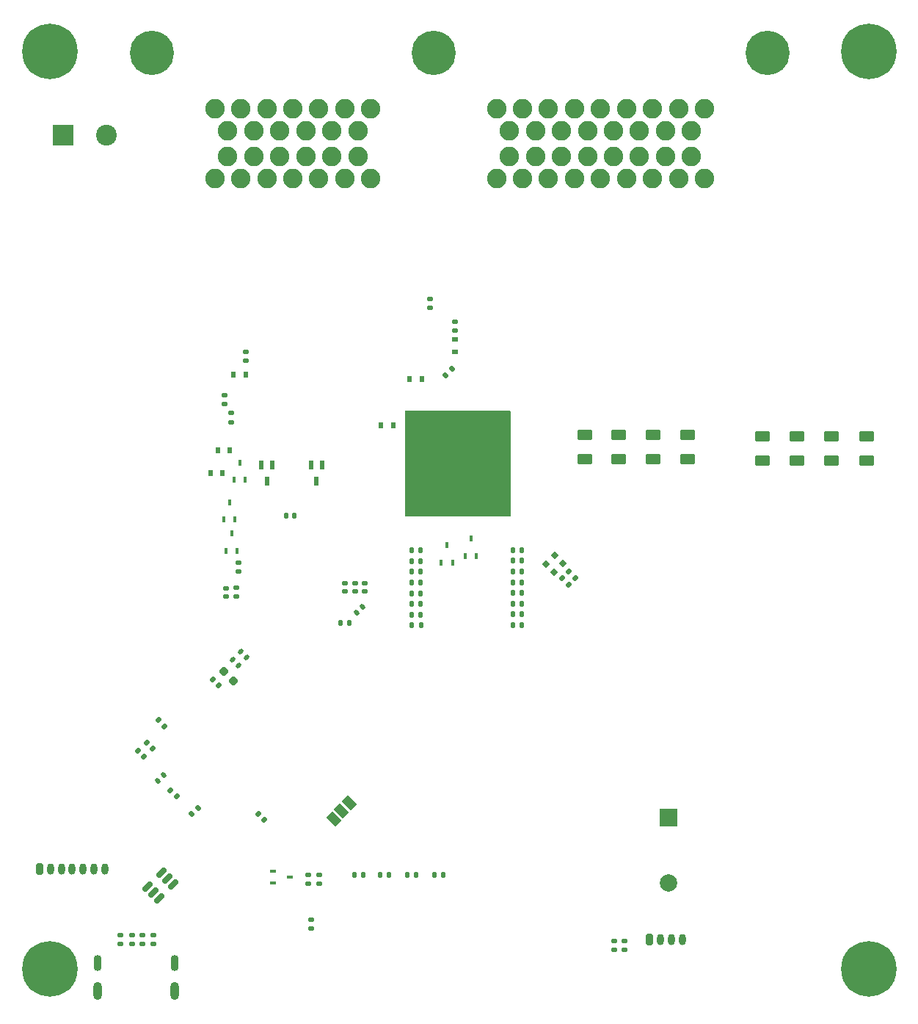
<source format=gbr>
%TF.GenerationSoftware,KiCad,Pcbnew,(6.0.8)*%
%TF.CreationDate,2024-02-14T13:25:33+01:00*%
%TF.ProjectId,pdms,70646d73-2e6b-4696-9361-645f70636258,rev?*%
%TF.SameCoordinates,Original*%
%TF.FileFunction,Soldermask,Bot*%
%TF.FilePolarity,Negative*%
%FSLAX46Y46*%
G04 Gerber Fmt 4.6, Leading zero omitted, Abs format (unit mm)*
G04 Created by KiCad (PCBNEW (6.0.8)) date 2024-02-14 13:25:33*
%MOMM*%
%LPD*%
G01*
G04 APERTURE LIST*
G04 Aperture macros list*
%AMRoundRect*
0 Rectangle with rounded corners*
0 $1 Rounding radius*
0 $2 $3 $4 $5 $6 $7 $8 $9 X,Y pos of 4 corners*
0 Add a 4 corners polygon primitive as box body*
4,1,4,$2,$3,$4,$5,$6,$7,$8,$9,$2,$3,0*
0 Add four circle primitives for the rounded corners*
1,1,$1+$1,$2,$3*
1,1,$1+$1,$4,$5*
1,1,$1+$1,$6,$7*
1,1,$1+$1,$8,$9*
0 Add four rect primitives between the rounded corners*
20,1,$1+$1,$2,$3,$4,$5,0*
20,1,$1+$1,$4,$5,$6,$7,0*
20,1,$1+$1,$6,$7,$8,$9,0*
20,1,$1+$1,$8,$9,$2,$3,0*%
%AMRotRect*
0 Rectangle, with rotation*
0 The origin of the aperture is its center*
0 $1 length*
0 $2 width*
0 $3 Rotation angle, in degrees counterclockwise*
0 Add horizontal line*
21,1,$1,$2,0,0,$3*%
G04 Aperture macros list end*
%ADD10RoundRect,0.200000X-0.200000X-0.450000X0.200000X-0.450000X0.200000X0.450000X-0.200000X0.450000X0*%
%ADD11O,0.800000X1.300000*%
%ADD12C,0.800000*%
%ADD13C,6.400000*%
%ADD14R,2.400000X2.400000*%
%ADD15C,2.400000*%
%ADD16O,1.025000X2.050000*%
%ADD17O,0.925000X1.850000*%
%ADD18C,2.250000*%
%ADD19C,5.100000*%
%ADD20R,2.000000X2.000000*%
%ADD21C,2.000000*%
%ADD22C,2.200000*%
%ADD23RoundRect,0.135000X0.135000X0.185000X-0.135000X0.185000X-0.135000X-0.185000X0.135000X-0.185000X0*%
%ADD24RoundRect,0.135000X0.185000X-0.135000X0.185000X0.135000X-0.185000X0.135000X-0.185000X-0.135000X0*%
%ADD25R,0.450000X0.700000*%
%ADD26RoundRect,0.135000X-0.135000X-0.185000X0.135000X-0.185000X0.135000X0.185000X-0.135000X0.185000X0*%
%ADD27RoundRect,0.140000X0.140000X0.170000X-0.140000X0.170000X-0.140000X-0.170000X0.140000X-0.170000X0*%
%ADD28RoundRect,0.135000X-0.226274X-0.035355X-0.035355X-0.226274X0.226274X0.035355X0.035355X0.226274X0*%
%ADD29RoundRect,0.135000X0.226274X0.035355X0.035355X0.226274X-0.226274X-0.035355X-0.035355X-0.226274X0*%
%ADD30RoundRect,0.250000X0.625000X-0.375000X0.625000X0.375000X-0.625000X0.375000X-0.625000X-0.375000X0*%
%ADD31RoundRect,0.135000X-0.185000X0.135000X-0.185000X-0.135000X0.185000X-0.135000X0.185000X0.135000X0*%
%ADD32RoundRect,0.140000X-0.170000X0.140000X-0.170000X-0.140000X0.170000X-0.140000X0.170000X0.140000X0*%
%ADD33RoundRect,0.135000X0.035355X-0.226274X0.226274X-0.035355X-0.035355X0.226274X-0.226274X0.035355X0*%
%ADD34R,0.700000X0.600000*%
%ADD35RoundRect,0.140000X0.021213X-0.219203X0.219203X-0.021213X-0.021213X0.219203X-0.219203X0.021213X0*%
%ADD36RotRect,0.600000X0.700000X315.000000*%
%ADD37R,0.600000X0.700000*%
%ADD38R,0.700000X0.450000*%
%ADD39R,0.550000X1.000000*%
%ADD40RoundRect,0.150000X-0.256326X-0.468458X0.468458X0.256326X0.256326X0.468458X-0.468458X-0.256326X0*%
%ADD41RoundRect,0.140000X-0.219203X-0.021213X-0.021213X-0.219203X0.219203X0.021213X0.021213X0.219203X0*%
%ADD42RoundRect,0.218750X0.335876X0.026517X0.026517X0.335876X-0.335876X-0.026517X-0.026517X-0.335876X0*%
%ADD43RotRect,1.000000X1.500000X45.000000*%
%ADD44RoundRect,0.140000X-0.021213X0.219203X-0.219203X0.021213X0.021213X-0.219203X0.219203X-0.021213X0*%
G04 APERTURE END LIST*
D10*
%TO.C,J5*%
X89737400Y-155348400D03*
D11*
X90987400Y-155348400D03*
X92237400Y-155348400D03*
X93487400Y-155348400D03*
%TD*%
D10*
%TO.C,J1*%
X19364000Y-147160400D03*
D11*
X20614000Y-147160400D03*
X21864000Y-147160400D03*
X23114000Y-147160400D03*
X24364000Y-147160400D03*
X25614000Y-147160400D03*
X26864000Y-147160400D03*
%TD*%
D12*
%TO.C,H2*%
X116699056Y-51290744D03*
X115002000Y-50587800D03*
X113304944Y-54684856D03*
D13*
X115002000Y-52987800D03*
D12*
X112602000Y-52987800D03*
X113304944Y-51290744D03*
X115002000Y-55387800D03*
X116699056Y-54684856D03*
X117402000Y-52987800D03*
%TD*%
D14*
%TO.C,C88*%
X22051000Y-62611000D03*
D15*
X27051000Y-62611000D03*
%TD*%
D16*
%TO.C,J6*%
X26030000Y-161213800D03*
X34930000Y-161213800D03*
D17*
X26030000Y-158013800D03*
X34930000Y-158013800D03*
%TD*%
D18*
%TO.C,J2*%
X96068000Y-67598000D03*
X94568000Y-65098000D03*
X93068000Y-67598000D03*
X91568000Y-65098000D03*
X90068000Y-67598000D03*
X88568000Y-65098000D03*
X87068000Y-67598000D03*
X85568000Y-65098000D03*
X84068000Y-67598000D03*
X82568000Y-65098000D03*
X81068000Y-67598000D03*
X79568000Y-65098000D03*
X78068000Y-67598000D03*
X76568000Y-65098000D03*
X75068000Y-67598000D03*
X73568000Y-65098000D03*
X72068000Y-67598000D03*
X96068000Y-59598000D03*
X94568000Y-62098000D03*
X93068000Y-59598000D03*
X91568000Y-62098000D03*
X90068000Y-59598000D03*
X88568000Y-62098000D03*
X87068000Y-59598000D03*
X85568000Y-62098000D03*
X84068000Y-59598000D03*
X82568000Y-62098000D03*
X81068000Y-59598000D03*
X79568000Y-62098000D03*
X78068000Y-59598000D03*
X76568000Y-62098000D03*
X75068000Y-59598000D03*
X73568000Y-62098000D03*
X72068000Y-59598000D03*
X57568000Y-67598000D03*
X56068000Y-65098000D03*
X54568000Y-67598000D03*
X53068000Y-65098000D03*
X51568000Y-67598000D03*
X50068000Y-65098000D03*
X48568000Y-67598000D03*
X47068000Y-65098000D03*
X45568000Y-67598000D03*
X44068000Y-65098000D03*
X42568000Y-67598000D03*
X41068000Y-65098000D03*
X39568000Y-67598000D03*
X57568000Y-59598000D03*
X56068000Y-62098000D03*
X54568000Y-59598000D03*
X53068000Y-62098000D03*
X51568000Y-59598000D03*
X50068000Y-62098000D03*
X48568000Y-59598000D03*
X47068000Y-62098000D03*
X45568000Y-59598000D03*
X44068000Y-62098000D03*
X42568000Y-59598000D03*
X41068000Y-62098000D03*
X39568000Y-59598000D03*
D19*
X103318000Y-53098000D03*
X64818000Y-53098000D03*
X32318000Y-53098000D03*
%TD*%
D20*
%TO.C,BZ1*%
X91948000Y-141234000D03*
D21*
X91948000Y-148834000D03*
%TD*%
D22*
%TO.C,J3*%
X63830000Y-104250000D03*
X66370000Y-104250000D03*
X68910000Y-104250000D03*
X71450000Y-104250000D03*
X63830000Y-101710000D03*
X66370000Y-101710000D03*
X68910000Y-101710000D03*
X71450000Y-101710000D03*
X63830000Y-99170000D03*
X66370000Y-99170000D03*
X68910000Y-99170000D03*
X71450000Y-99170000D03*
X63830000Y-96630000D03*
X66370000Y-96630000D03*
X68910000Y-96630000D03*
X71450000Y-96630000D03*
%TD*%
D12*
%TO.C,H1*%
X18812944Y-54684856D03*
D13*
X20510000Y-52987800D03*
D12*
X18812944Y-51290744D03*
X22207056Y-54684856D03*
X20510000Y-55387800D03*
X22207056Y-51290744D03*
X20510000Y-50587800D03*
X22910000Y-52987800D03*
X18110000Y-52987800D03*
%TD*%
%TO.C,H3*%
X22207056Y-160434856D03*
X18812944Y-157040744D03*
X22207056Y-157040744D03*
X22910000Y-158737800D03*
X18812944Y-160434856D03*
D13*
X20510000Y-158737800D03*
D12*
X18110000Y-158737800D03*
X20510000Y-161137800D03*
X20510000Y-156337800D03*
%TD*%
%TO.C,H4*%
X113304944Y-160434856D03*
X116699056Y-157040744D03*
X115002000Y-161137800D03*
X112602000Y-158737800D03*
D13*
X115002000Y-158737800D03*
D12*
X117402000Y-158737800D03*
X116699056Y-160434856D03*
X113304944Y-157040744D03*
X115002000Y-156337800D03*
%TD*%
D23*
%TO.C,R3*%
X62779000Y-147894300D03*
X61759000Y-147894300D03*
%TD*%
D24*
%TO.C,R106*%
X64370000Y-82470000D03*
X64370000Y-81450000D03*
%TD*%
D25*
%TO.C,D8*%
X69775000Y-111125000D03*
X68475000Y-111125000D03*
X69125000Y-109125000D03*
%TD*%
D26*
%TO.C,R91*%
X73983333Y-114147167D03*
X75003333Y-114147167D03*
%TD*%
D27*
%TO.C,C87*%
X48740000Y-106426000D03*
X47780000Y-106426000D03*
%TD*%
D28*
%TO.C,C44*%
X33062873Y-130014631D03*
X33784121Y-130735879D03*
%TD*%
D29*
%TO.C,C52*%
X40049480Y-126041584D03*
X39328232Y-125320336D03*
%TD*%
D30*
%TO.C,F12*%
X90156345Y-99935773D03*
X90156345Y-97135773D03*
%TD*%
D31*
%TO.C,R170*%
X85618000Y-155454000D03*
X85618000Y-156474000D03*
%TD*%
D23*
%TO.C,R12*%
X63343333Y-114157167D03*
X62323333Y-114157167D03*
%TD*%
D29*
%TO.C,R73*%
X31410624Y-134260624D03*
X30689376Y-133539376D03*
%TD*%
D26*
%TO.C,R65*%
X73983333Y-116627167D03*
X75003333Y-116627167D03*
%TD*%
D23*
%TO.C,R36*%
X63343333Y-110467167D03*
X62323333Y-110467167D03*
%TD*%
D24*
%TO.C,R168*%
X51579400Y-148869400D03*
X51579400Y-147849400D03*
%TD*%
D25*
%TO.C,D9*%
X67000000Y-111875000D03*
X65700000Y-111875000D03*
X66350000Y-109875000D03*
%TD*%
D32*
%TO.C,C108*%
X54559200Y-114223200D03*
X54559200Y-115183200D03*
%TD*%
%TO.C,C98*%
X42090000Y-114800000D03*
X42090000Y-115760000D03*
%TD*%
D30*
%TO.C,F11*%
X86193945Y-99977373D03*
X86193945Y-97177373D03*
%TD*%
D24*
%TO.C,R107*%
X40680000Y-93570000D03*
X40680000Y-92550000D03*
%TD*%
%TO.C,R110*%
X67310000Y-85090000D03*
X67310000Y-84070000D03*
%TD*%
D23*
%TO.C,R19*%
X63343333Y-117877167D03*
X62323333Y-117877167D03*
%TD*%
D31*
%TO.C,R174*%
X31242000Y-154836400D03*
X31242000Y-155856400D03*
%TD*%
D33*
%TO.C,R111*%
X66187376Y-90276624D03*
X66908624Y-89555376D03*
%TD*%
D34*
%TO.C,D45*%
X67310000Y-86168000D03*
X67310000Y-87568000D03*
%TD*%
D30*
%TO.C,F14*%
X102743000Y-100079000D03*
X102743000Y-97279000D03*
%TD*%
D26*
%TO.C,R50*%
X73983333Y-117827167D03*
X75003333Y-117827167D03*
%TD*%
D35*
%TO.C,C77*%
X32985389Y-137050000D03*
X33664211Y-136371178D03*
%TD*%
D36*
%TO.C,D48*%
X78726975Y-113016975D03*
X77737025Y-112027025D03*
%TD*%
D30*
%TO.C,F15*%
X106760000Y-100079000D03*
X106760000Y-97279000D03*
%TD*%
%TO.C,F13*%
X94132400Y-99923600D03*
X94132400Y-97123600D03*
%TD*%
D23*
%TO.C,R11*%
X63343333Y-115397167D03*
X62323333Y-115397167D03*
%TD*%
D30*
%TO.C,F17*%
X114808000Y-100076000D03*
X114808000Y-97276000D03*
%TD*%
D36*
%TO.C,D47*%
X79742975Y-112000975D03*
X78753025Y-111011025D03*
%TD*%
D37*
%TO.C,D41*%
X41310000Y-98890000D03*
X39910000Y-98890000D03*
%TD*%
D26*
%TO.C,R46*%
X73983333Y-119077167D03*
X75003333Y-119077167D03*
%TD*%
D25*
%TO.C,D2*%
X43100000Y-102350000D03*
X41800000Y-102350000D03*
X42450000Y-100350000D03*
%TD*%
D38*
%TO.C,D4*%
X46257400Y-148757400D03*
X46257400Y-147457400D03*
X48257400Y-148107400D03*
%TD*%
D37*
%TO.C,D44*%
X40450000Y-101580000D03*
X39050000Y-101580000D03*
%TD*%
D23*
%TO.C,R16*%
X63343333Y-112917167D03*
X62323333Y-112917167D03*
%TD*%
D32*
%TO.C,C86*%
X50724809Y-153052000D03*
X50724809Y-154012000D03*
%TD*%
D39*
%TO.C,D28*%
X44917600Y-100594400D03*
X46217600Y-100594400D03*
X45567600Y-102494400D03*
%TD*%
D26*
%TO.C,R87*%
X73983333Y-112907167D03*
X75003333Y-112907167D03*
%TD*%
D23*
%TO.C,R1*%
X56683000Y-147894300D03*
X55663000Y-147894300D03*
%TD*%
D40*
%TO.C,U12*%
X33189332Y-150579668D03*
X32517581Y-149907917D03*
X31845830Y-149236166D03*
X33454498Y-147627498D03*
X34126249Y-148299249D03*
X34798000Y-148971000D03*
%TD*%
D31*
%TO.C,R167*%
X50329400Y-147849400D03*
X50329400Y-148869400D03*
%TD*%
D24*
%TO.C,R177*%
X28702000Y-155856400D03*
X28702000Y-154836400D03*
%TD*%
D23*
%TO.C,R2*%
X59654800Y-147894300D03*
X58634800Y-147894300D03*
%TD*%
D25*
%TO.C,D5*%
X41900000Y-106900000D03*
X40600000Y-106900000D03*
X41250000Y-104900000D03*
%TD*%
D27*
%TO.C,C129*%
X55065200Y-118821200D03*
X54105200Y-118821200D03*
%TD*%
D32*
%TO.C,C93*%
X40850000Y-114810000D03*
X40850000Y-115770000D03*
%TD*%
D37*
%TO.C,D43*%
X62038000Y-90678000D03*
X63438000Y-90678000D03*
%TD*%
D29*
%TO.C,R74*%
X32410624Y-133310624D03*
X31689376Y-132589376D03*
%TD*%
D24*
%TO.C,R9*%
X41420000Y-95670000D03*
X41420000Y-94650000D03*
%TD*%
D39*
%TO.C,D27*%
X50658000Y-100599200D03*
X51958000Y-100599200D03*
X51308000Y-102499200D03*
%TD*%
D24*
%TO.C,R38*%
X43190000Y-88580000D03*
X43190000Y-87560000D03*
%TD*%
D37*
%TO.C,D46*%
X58736000Y-96012000D03*
X60136000Y-96012000D03*
%TD*%
D23*
%TO.C,R4*%
X65903200Y-147894300D03*
X64883200Y-147894300D03*
%TD*%
D26*
%TO.C,R51*%
X73983333Y-111667167D03*
X75003333Y-111667167D03*
%TD*%
D24*
%TO.C,R176*%
X30022800Y-155856400D03*
X30022800Y-154836400D03*
%TD*%
D32*
%TO.C,C103*%
X42330000Y-111910000D03*
X42330000Y-112870000D03*
%TD*%
D26*
%TO.C,R90*%
X73983333Y-115387167D03*
X75003333Y-115387167D03*
%TD*%
D23*
%TO.C,R15*%
X63343333Y-116637167D03*
X62323333Y-116637167D03*
%TD*%
D32*
%TO.C,C114*%
X55727600Y-114247200D03*
X55727600Y-115207200D03*
%TD*%
D23*
%TO.C,R32*%
X63343333Y-111717167D03*
X62323333Y-111717167D03*
%TD*%
D41*
%TO.C,C80*%
X42568195Y-122094515D03*
X43247017Y-122773337D03*
%TD*%
D30*
%TO.C,F10*%
X82245200Y-99974400D03*
X82245200Y-97174400D03*
%TD*%
D25*
%TO.C,D1*%
X42150000Y-110500000D03*
X40850000Y-110500000D03*
X41500000Y-108500000D03*
%TD*%
D42*
%TO.C,L1*%
X41712243Y-125549084D03*
X40598549Y-124435390D03*
%TD*%
D37*
%TO.C,D42*%
X43110000Y-90170000D03*
X41710000Y-90170000D03*
%TD*%
D43*
%TO.C,JP1*%
X53279522Y-141411478D03*
X54198761Y-140492239D03*
X55118000Y-139573000D03*
%TD*%
D30*
%TO.C,F16*%
X110697000Y-100082000D03*
X110697000Y-97282000D03*
%TD*%
D28*
%TO.C,R112*%
X80411376Y-112923376D03*
X81132624Y-113644624D03*
%TD*%
D26*
%TO.C,R47*%
X73980000Y-110457167D03*
X75000000Y-110457167D03*
%TD*%
D28*
%TO.C,R113*%
X79649376Y-113685376D03*
X80370624Y-114406624D03*
%TD*%
D24*
%TO.C,R178*%
X32512000Y-155831000D03*
X32512000Y-154811000D03*
%TD*%
D23*
%TO.C,R35*%
X63346666Y-119087167D03*
X62326666Y-119087167D03*
%TD*%
D31*
%TO.C,R169*%
X86868000Y-155444000D03*
X86868000Y-156464000D03*
%TD*%
D32*
%TO.C,C119*%
X56845200Y-114249200D03*
X56845200Y-115209200D03*
%TD*%
D28*
%TO.C,R56*%
X34439376Y-138089376D03*
X35160624Y-138810624D03*
%TD*%
D41*
%TO.C,C83*%
X41634249Y-123028463D03*
X42313071Y-123707285D03*
%TD*%
D33*
%TO.C,C51*%
X36889376Y-140860624D03*
X37610624Y-140139376D03*
%TD*%
D29*
%TO.C,C45*%
X45300000Y-141550000D03*
X44578752Y-140828752D03*
%TD*%
D44*
%TO.C,C124*%
X56625811Y-116932389D03*
X55946989Y-117611211D03*
%TD*%
G36*
X73668121Y-94358002D02*
G01*
X73714614Y-94411658D01*
X73726000Y-94464000D01*
X73726000Y-106404000D01*
X73705998Y-106472121D01*
X73652342Y-106518614D01*
X73600000Y-106530000D01*
X61660000Y-106530000D01*
X61591879Y-106509998D01*
X61545386Y-106456342D01*
X61534000Y-106404000D01*
X61534000Y-94464000D01*
X61554002Y-94395879D01*
X61607658Y-94349386D01*
X61660000Y-94338000D01*
X73600000Y-94338000D01*
X73668121Y-94358002D01*
G37*
M02*

</source>
